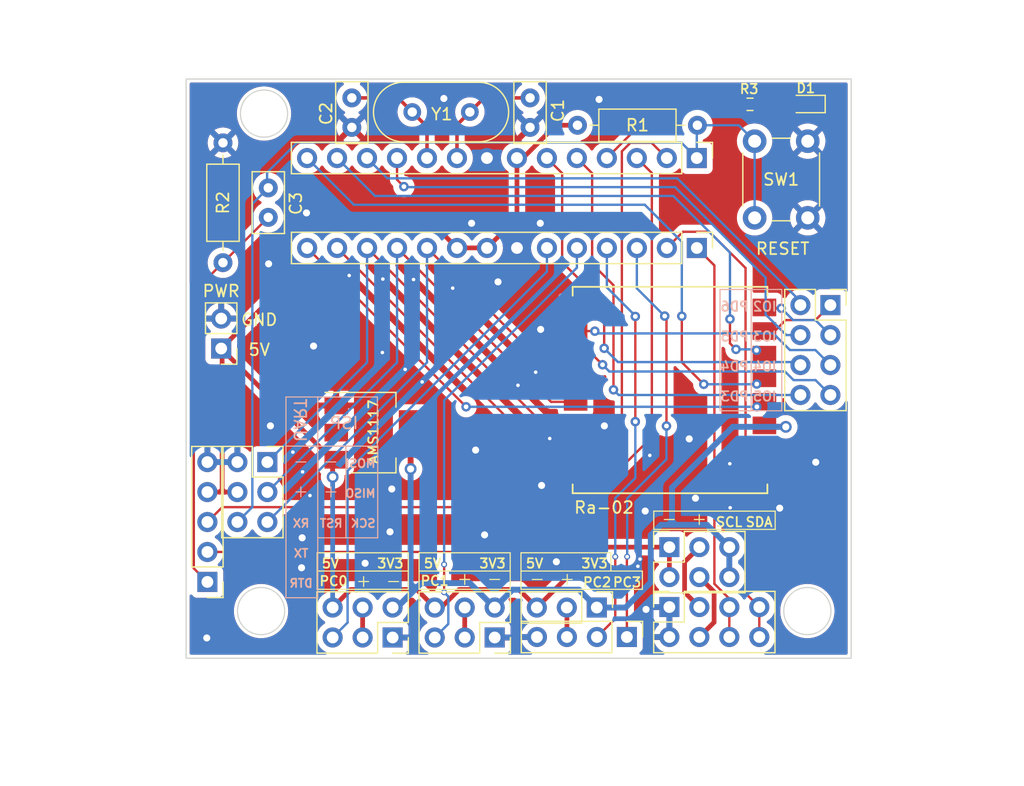
<source format=kicad_pcb>
(kicad_pcb (version 20221018) (generator pcbnew)
  (layers (0 "F.Cu" signal) (31 "B.Cu" signal) (34 "B.Paste" user) (35 "F.Paste" user) (36 "B.SilkS" user "B.Silkscreen") (37 "F.SilkS" user "F.Silkscreen") (38 "B.Mask" user) (39 "F.Mask" user) (44 "Edge.Cuts" user))
  (net 0 "")
  (net 1 "/XTAL1")
  (net 2 "GND")
  (net 3 "/XTAL2")
  (net 4 "/DTR")
  (net 5 "/RESET")
  (net 6 "/PC3")
  (net 7 "/PC2")
  (net 8 "Net-(J1-Pin_3)")
  (net 9 "Net-(D1-A)")
  (net 10 "/SCL")
  (net 11 "+5V")
  (net 12 "/DIO2")
  (net 13 "/DIO3")
  (net 14 "/DIO4")
  (net 15 "/DIO5")
  (net 16 "/PD3")
  (net 17 "/PD4")
  (net 18 "/PD5")
  (net 19 "/PD6")
  (net 20 "+3.3V")
  (net 21 "Net-(J8-Pin_3)")
  (net 22 "/PC0")
  (net 23 "Net-(J9-Pin_3)")
  (net 24 "/PC1")
  (net 25 "/SDA")
  (net 26 "/TX")
  (net 27 "/MOSI")
  (net 28 "/MISO")
  (net 29 "/RX")
  (net 30 "/PD2")
  (net 31 "/SCK")
  (net 32 "/PD7")
  (net 33 "/PB1")
  (net 34 "/CS")
  (net 35 "Net-(J11-Pin_3)")
  (net 36 "Net-(J11-Pin_4)")
  (net 37 "/PB0")
  (footprint "Connector_PinSocket_2.54mm:PinSocket_2x04_P2.54mm_Vertical" (layer "F.Cu") (at 138.2775 105.16 90)
    (fp_text reference "J11" hide)
    (fp_text value "Conn_02x04_Counter_Clockwise")
  )
  (footprint "Connector_PinHeader_2.54mm:PinHeader_1x14_P2.54mm_Vertical" (layer "F.Cu") (at 140.605 74.715 -90)
    (fp_text reference "REF**" hide)
    (fp_text value "PinHeader_1x14_P2.54mm_Vertical")
  )
  (footprint "Connector_PinSocket_2.54mm:PinSocket_2x03_P2.54mm_Vertical" (layer "F.Cu") (at 104.2125 92.87)
    (fp_text reference "J18" hide)
    (fp_text value "ISP/SPI")
  )
  (footprint "Connector_PinHeader_2.54mm:PinHeader_1x14_P2.54mm_Vertical" (layer "F.Cu") (at 140.6 67.09 -90)
    (fp_text reference "REF**" hide)
    (fp_text value "PinHeader_1x14_P2.54mm_Vertical")
  )
  (footprint "Package_TO_SOT_SMD:SOT-223-3_TabPin2" (layer "F.Cu") (at 113.2025 90.37)
    (fp_text reference "U2" hide)
    (fp_text value "AMS1117-3.3")
  )
  (footprint "Connector_PinSocket_2.54mm:PinSocket_2x03_P2.54mm_Vertical" (layer "F.Cu") (at 138.2775 100.08 90)
    (fp_text reference "J2" hide)
    (fp_text value "JMP")
  )
  (footprint "Resistor_THT:R_Axial_DIN0207_L6.3mm_D2.5mm_P10.16mm_Horizontal" (layer "F.Cu") (at 100.4525 65.8 -90)
    (fp_text reference "R2" hide)
    (fp_text value "1K")
  )
  (footprint "Connector_PinHeader_2.54mm:PinHeader_1x03_P2.54mm_Vertical" (layer "F.Cu") (at 132.1275 105.2 -90)
    (fp_text reference "J17" hide)
    (fp_text value "JMP")
  )
  (footprint "Crystal:Crystal_HC49-4H_Vertical" (layer "F.Cu") (at 121.3725 63.19 180)
    (fp_text reference "Y1" hide)
    (fp_text value "Crystal")
  )
  (footprint "LED_SMD:LED_0603_1608Metric_Pad1.05x0.95mm_HandSolder" (layer "F.Cu") (at 149.8206 62.5094 180)
    (fp_text reference "D1")
    (fp_text value "LED_Small")
  )
  (footprint "Capacitor_THT:C_Disc_D5.0mm_W2.5mm_P2.50mm" (layer "F.Cu") (at 111.3725 64.49 90)
    (fp_text reference "C2" hide)
    (fp_text value "22pF")
  )
  (footprint "Connector_PinSocket_2.54mm:PinSocket_2x03_P2.54mm_Vertical" (layer "F.Cu") (at 123.4775 107.74 -90)
    (fp_text reference "J9" hide)
    (fp_text value "CONN")
  )
  (footprint "Connector_PinHeader_2.54mm:PinHeader_1x02_P2.54mm_Vertical" (layer "F.Cu") (at 100.3025 83.24 180)
    (fp_text reference "J10" hide)
    (fp_text value "PWR")
  )
  (footprint "Button_Switch_THT:SW_PUSH_6mm" (layer "F.Cu") (at 145.5025 72.16 90)
    (fp_text reference "SW1" hide)
    (fp_text value "~")
  )
  (footprint "Connector_PinSocket_2.54mm:PinSocket_2x04_P2.54mm_Vertical" (layer "F.Cu") (at 151.9225 79.56)
    (fp_text reference "J4" hide)
    (fp_text value "Conn_02x04_Counter_Clockwise")
  )
  (footprint "RF_Module:Ai-Thinker-Ra-01-LoRa" (layer "F.Cu") (at 138.3325 86.76 180)
    (fp_text reference "U3" hide)
    (fp_text value "Ra-02")
  )
  (footprint "Resistor_THT:R_Axial_DIN0207_L6.3mm_D2.5mm_P10.16mm_Horizontal" (layer "F.Cu") (at 140.6525 64.31 180)
    (fp_text reference "R1" hide)
    (fp_text value "10K")
  )
  (footprint "Resistor_SMD:R_0603_1608Metric_Pad0.98x0.95mm_HandSolder" (layer "F.Cu") (at 145.1102 62.5348 180)
    (fp_text reference "R3")
    (fp_text value "330")
  )
  (footprint "Connector_PinHeader_2.54mm:PinHeader_1x04_P2.54mm_Vertical" (layer "F.Cu") (at 134.6775 107.7 -90)
    (fp_text reference "J1" hide)
    (fp_text value "CONN")
  )
  (footprint "Connector_PinHeader_2.54mm:PinHeader_1x05_P2.54mm_Vertical" (layer "F.Cu") (at 99.1325 103.03 180)
    (fp_text reference "J12" hide)
    (fp_text value "UART")
  )
  (footprint "Capacitor_THT:C_Disc_D5.0mm_W2.5mm_P2.50mm" (layer "F.Cu") (at 126.4725 61.99 -90)
    (fp_text reference "C1" hide)
    (fp_text value "22pF")
  )
  (footprint "Capacitor_THT:C_Disc_D5.0mm_W2.5mm_P2.50mm" (layer "F.Cu") (at 104.2925 72.12 90)
    (fp_text reference "C3" hide)
    (fp_text value "0.1pF")
  )
  (footprint "Connector_PinSocket_2.54mm:PinSocket_2x03_P2.54mm_Vertical" (layer "F.Cu") (at 114.8275 107.74 -90)
    (fp_text reference "J8" hide)
    (fp_text value "CONN")
  )
  (gr_line (start 110.871 99.2886) (end 110.871 91.5162) (stroke (width 0.1)) (layer "B.SilkS"))
  (gr_line (start 106.6356 95.3983) (end 107.4738 95.3983) (stroke (width 0.1)) (layer "B.SilkS"))
  (gr_line (start 142.5702 78.232) (end 147.7772 78.232) (stroke (width 0.1)) (layer "B.SilkS"))
  (gr_line (start 145.2118 78.232) (end 145.2118 88.519) (stroke (width 0.1)) (layer "B.SilkS"))
  (gr_line (start 109.6003 94.9792) (end 109.6003 95.8174) (stroke (width 0.1)) (layer "B.SilkS"))
  (gr_line (start 147.8026 88.519) (end 142.5702 88.519) (stroke (width 0.1)) (layer "B.SilkS"))
  (gr_line (start 105.791 91.5162) (end 105.791 87.3506) (stroke (width 0.1)) (layer "B.SilkS"))
  (gr_line (start 113.5634 91.5162) (end 113.5634 99.2886) (stroke (width 0.1)) (layer "B.SilkS"))
  (gr_line (start 142.5702 88.519) (end 142.5702 78.232) (stroke (width 0.1)) (layer "B.SilkS"))
  (gr_line (start 106.6356 92.8583) (end 107.4738 92.8583) (stroke (width 0.1)) (layer "B.SilkS"))
  (gr_line (start 113.538 87.3506) (end 113.538 91.5162) (stroke (width 0.1)) (layer "B.SilkS"))
  (gr_line (start 109.1812 92.8583) (end 110.0194 92.8583) (stroke (width 0.1)) (layer "B.SilkS"))
  (gr_line (start 105.791 91.5162) (end 105.791 104.3686) (stroke (width 0.1)) (layer "B.SilkS"))
  (gr_line (start 105.791 87.3506) (end 113.538 87.3506) (stroke (width 0.1)) (layer "B.SilkS"))
  (gr_line (start 108.4834 91.5162) (end 108.4834 87.3506) (stroke (width 0.1)) (layer "B.SilkS"))
  (gr_line (start 108.4834 99.2886) (end 108.4834 91.5162) (stroke (width 0.1)) (layer "B.SilkS"))
  (gr_line (start 105.791 91.5162) (end 113.5634 91.5162) (stroke (width 0.1)) (layer "B.SilkS"))
  (gr_line (start 147.8026 78.232) (end 147.8026 88.519) (stroke (width 0.1)) (layer "B.SilkS"))
  (gr_line (start 113.5634 99.2886) (end 108.4834 99.2886) (stroke (width 0.1)) (layer "B.SilkS"))
  (gr_line (start 108.4834 104.3686) (end 105.791 104.3686) (stroke (width 0.1)) (layer "B.SilkS"))
  (gr_line (start 107.0547 94.9792) (end 107.0547 95.8174) (stroke (width 0.1)) (layer "B.SilkS"))
  (gr_line (start 108.4834 99.2886) (end 108.4834 104.3686) (stroke (width 0.1)) (layer "B.SilkS"))
  (gr_line (start 109.1812 95.3983) (end 110.0194 95.3983) (stroke (width 0.1)) (layer "B.SilkS"))
  (gr_line (start 125.7046 100.5586) (end 125.7046 103.6574) (stroke (width 0.1)) (layer "F.SilkS"))
  (gr_line (start 133.3246 100.5586) (end 125.7046 100.5586) (stroke (width 0.1)) (layer "F.SilkS"))
  (gr_line (start 114.4905 102.997) (end 115.3287 102.997) (stroke (width 0.1)) (layer "F.SilkS"))
  (gr_line (start 123.0584 102.8192) (end 123.8966 102.8192) (stroke (width 0.1)) (layer "F.SilkS"))
  (gr_line (start 136.9568 97.028) (end 147.2438 97.028) (stroke (width 0.1)) (layer "F.SilkS"))
  (gr_line (start 140.810662 97.3201) (end 140.810662 98.1583) (stroke (width 0.1)) (layer "F.SilkS"))
  (gr_line (start 124.7902 103.6574) (end 124.7902 100.5586) (stroke (width 0.1)) (layer "F.SilkS"))
  (gr_line (start 117.0686 103.6574) (end 124.7902 103.6574) (stroke (width 0.1)) (layer "F.SilkS"))
  (gr_line (start 130.041052 102.8192) (end 129.202852 102.8192) (stroke (width 0.1)) (layer "F.SilkS"))
  (gr_line (start 124.7902 100.5586) (end 117.0686 100.5586) (stroke (width 0.1)) (layer "F.SilkS"))
  (gr_line (start 141.229762 97.7392) (end 140.391562 97.7392) (stroke (width 0.1)) (layer "F.SilkS"))
  (gr_line (start 147.2438 98.5774) (end 147.2438 97.028) (stroke (width 0.1)) (layer "F.SilkS"))
  (gr_line (start 127.501052 102.8192) (end 126.662852 102.8192) (stroke (width 0.1)) (layer "F.SilkS"))
  (gr_line (start 117.0686 102.108) (end 124.7902 102.108) (stroke (width 0.1)) (layer "F.SilkS"))
  (gr_line (start 136.9568 97.028) (end 136.9568 98.5774) (stroke (width 0.1)) (layer "F.SilkS"))
  (gr_line (start 129.621952 102.4001) (end 129.621952 103.2383) (stroke (width 0.1)) (layer "F.SilkS"))
  (gr_line (start 136.9568 98.5774) (end 147.2438 98.5774) (stroke (width 0.1)) (layer "F.SilkS"))
  (gr_line (start 120.5184 102.8192) (end 121.3566 102.8192) (stroke (width 0.1)) (layer "F.SilkS"))
  (gr_line (start 112.3696 103.4161) (end 112.3696 102.5779) (stroke (width 0.1)) (layer "F.SilkS"))
  (gr_line (start 133.3246 100.5586) (end 133.3246 102.108) (stroke (width 0.1)) (layer "F.SilkS"))
  (gr_line (start 120.9375 103.2383) (end 120.9375 102.4001) (stroke (width 0.1)) (layer "F.SilkS"))
  (gr_line (start 108.4326 102.108) (end 116.1542 102.108) (stroke (width 0.1)) (layer "F.SilkS"))
  (gr_line (start 125.7046 102.108) (end 135.9916 102.108) (stroke (width 0.1)) (layer "F.SilkS"))
  (gr_line (start 116.1542 103.6574) (end 116.1542 100.5586) (stroke (width 0.1)) (layer "F.SilkS"))
  (gr_line (start 138.689762 97.7392) (end 137.851562 97.7392) (stroke (width 0.1)) (layer "F.SilkS"))
  (gr_line (start 117.0686 100.5586) (end 117.0686 103.6574) (stroke (width 0.1)) (layer "F.SilkS"))
  (gr_line (start 111.9505 102.997) (end 112.7887 102.997) (stroke (width 0.1)) (layer "F.SilkS"))
  (gr_line (start 116.1542 100.5586) (end 108.4326 100.5586) (stroke (width 0.1)) (layer "F.SilkS"))
  (gr_line (start 125.7046 103.6574) (end 135.9916 103.6574) (stroke (width 0.1)) (layer "F.SilkS"))
  (gr_line (start 108.4326 103.6574) (end 116.1542 103.6574) (stroke (width 0.1)) (layer "F.SilkS"))
  (gr_line (start 135.9916 103.6574) (end 135.9916 102.108) (stroke (width 0.1)) (layer "F.SilkS"))
  (gr_line (start 108.4326 100.5586) (end 108.4326 103.6574) (stroke (width 0.1)) (layer "F.SilkS"))
  (gr_circle (center 149.97 105.5) (end 151.97 105.5) (stroke (width 0.1)) (fill none) (layer "Edge.Cuts"))
  (gr_circle (center 103.68 105.5) (end 105.68 105.5) (stroke (width 0.1)) (fill none) (layer "Edge.Cuts"))
  (gr_line (start 153.6825 60.39) (end 153.6825 109.5) (stroke (width 0.1)) (layer "Edge.Cuts"))
  (gr_line (start 97.3325 60.39) (end 153.6825 60.39) (stroke (width 0.1)) (layer "Edge.Cuts"))
  (gr_circle (center 103.93 63.32) (end 105.93 63.32) (stroke (width 0.1)) (fill none) (layer "Edge.Cuts"))
  (gr_line (start 97.3325 109.5) (end 153.6825 109.5) (stroke (width 0.1)) (layer "Edge.Cuts"))
  (gr_line (start 97.3325 60.39) (end 97.3325 109.5) (stroke (width 0.1)) (layer "Edge.Cuts"))
  (gr_text "IO5" (at 147.447 87.7675) (layer "B.SilkS") (effects (font (size 0.8 0.8) (thickness 0.15) bold) (justify left bottom mirror)))
  (gr_text "IO3" (at 147.447 82.6875) (layer "B.SilkS") (effects (font (size 0.8 0.8) (thickness 0.15) bold) (justify left bottom mirror)))
  (gr_text "PD4" (at 145.0848 85.2275) (layer "B.SilkS") (effects (font (size 0.8 0.8) (thickness 0.15) bold) (justify left bottom mirror)))
  (gr_text "DTR" (at 108.138867 103.5558) (layer "B.SilkS") (effects (font (size 0.7 0.7)) (justify left bottom mirror)))
  (gr_text "PD6\n" (at 145.0848 80.1475) (layer "B.SilkS") (effects (font (size 0.8 0.8) (thickness 0.15) bold) (justify left bottom mirror)))
  (gr_text "MISO\n" (at 113.4618 95.9358) (layer "B.SilkS") (effects (font (size 0.7 0.7)) (justify left bottom mirror)))
  (gr_text "RST" (at 110.6678 98.4758) (layer "B.SilkS") (effects (font (size 0.7 0.7)) (justify left bottom mirror)))
  (gr_text "IO4" (at 147.447 85.2275) (layer "B.SilkS") (effects (font (size 0.8 0.8) (thickness 0.15) bold) (justify left bottom mirror)))
  (gr_text "SCK" (at 113.4618 98.4758) (layer "B.SilkS") (effects (font (size 0.7 0.7)) (justify left bottom mirror)))
  (gr_text "PD5" (at 145.0848 82.6875) (layer "B.SilkS") (effects (font (size 0.8 0.8) (thickness 0.15) bold) (justify left bottom mirror)))
  (gr_text "IO2" (at 147.447 80.1475) (layer "B.SilkS") (effects (font (size 0.8 0.8) (thickness 0.15) bold) (justify left bottom mirror)))
  (gr_text "RX" (at 107.855534 98.4758) (layer "B.SilkS") (effects (font (size 0.7 0.7)) (justify left bottom mirror)))
  (gr_text "MOSI\n" (at 113.4618 93.3958) (layer "B.SilkS") (effects (font (size 0.7 0.7)) (justify left bottom mirror)))
  (gr_text "TX" (at 107.7722 101.0158) (layer "B.SilkS") (effects (font (size 0.7 0.7)) (justify left bottom mirror)))
  (gr_text "UART" (at 106.3752 91.2622 270) (layer "B.SilkS") (effects (font (size 1 1)) (justify left bottom mirror)))
  (gr_text "ISP\n" (at 112.014 90.1446) (layer "B.SilkS") (effects (font (size 1 1)) (justify left bottom mirror)))
  (gr_text "PD3" (at 145.0848 87.7675) (layer "B.SilkS") (effects (font (size 0.8 0.8) (thickness 0.15) bold) (justify left bottom mirror)))
  (gr_text "5V\n" (at 117.390715 101.9302) (layer "F.SilkS") (effects (font (size 0.8 0.8)) (justify left bottom)))
  (gr_text "PC1" (at 117.109048 103.4067) (layer "F.SilkS") (effects (font (size 0.8 0.8)) (justify left bottom)))
  (gr_text "5V\n" (at 108.7374 101.9302) (layer "F.SilkS") (effects (font (size 0.8 0.8)) (justify left bottom)))
  (gr_text "SCL\n" (at 142.1384 98.425) (layer "F.SilkS") (effects (font (size 0.8 0.8)) (justify left bottom)))
  (gr_text "PC0" (at 108.541148 103.4288) (layer "F.SilkS") (effects (font (size 0.8 0.8)) (justify left bottom)))
  (gr_text "3V3" (at 122.089762 101.9302) (layer "F.SilkS") (effects (font (size 0.8 0.8)) (justify left bottom)))
  (gr_text "GND" (at 101.9048 81.3875) (layer "F.SilkS") (effects (font (size 1 1)) (justify left bottom)))
  (gr_text "3V3" (at 113.436447 101.9302) (layer "F.SilkS") (effects (font (size 0.8 0.8)) (justify left bottom)))
  (gr_text "PC3\n" (at 133.4135 103.5304) (layer "F.SilkS") (effects (font (size 0.8 0.8)) (justify left bottom)))
  (gr_text "5V\n" (at 126.034753 101.9302) (layer "F.SilkS") (effects (font (size 0.8 0.8)) (justify left bottom)))
  (gr_text "AMS1117\n" (at 113.665 93.091 90) (layer "F.SilkS") (effects (font (size 0.8 0.8)) (justify left bottom)))
  (gr_text "5V" (at 102.523847 83.9275) (layer "F.SilkS") (effects (font (size 1 1)) (justify left bottom)))
  (gr_text "3V3" (at 130.7338 101.9302) (layer "F.SilkS") (effects (font (size 0.8 0.8)) (justify left bottom)))
  (gr_text "SDA" (at 144.659353 98.425) (layer "F.SilkS") (effects (font (size 0.8 0.8)) (justify left bottom)))
  (gr_text "RESET" (at 145.5166 75.3618) (layer "F.SilkS") (effects (font (size 1 1)) (justify left bottom)))
  (gr_text "PC2" (at 130.8735 103.5304) (layer "F.SilkS") (effects (font (size 0.8 0.8)) (justify left bottom)))
  (segment (start 120.2825 67.09) (end 120.2825 64.28) (width 0.3) (layer "F.Cu") (net 1))
  (segment (start 126.4725 61.99) (end 122.5725 61.99) (width 0.3) (layer "F.Cu") (net 1))
  (segment (start 122.5725 61.99) (end 121.3725 63.19) (width 0.3) (layer "F.Cu") (net 1))
  (segment (start 120.2825 64.28) (end 121.3725 63.19) (width 0.3) (layer "F.Cu") (net 1))
  (via (at 107.53 71.74) (size 1) (drill 0.6) (layers "F.Cu" "B.Cu") (net 2))
  (via (at 104.32 76.06) (size 1) (drill 0.6) (layers "F.Cu" "B.Cu") (net 2))
  (via (at 114.7572 95.1484) (size 1) (drill 0.6) (layers "F.Cu" "B.Cu") (net 2))
  (via (at 108.13 83.03) (size 1) (drill 0.6) (layers "F.Cu" "B.Cu") (net 2))
  (via (at 150.68 92.88) (size 1) (drill 0.6) (layers "F.Cu" "B.Cu") (net 2))
  (via (at 127.34 72.62) (size 1) (drill 0.6) (layers "F.Cu" "B.Cu") (net 2))
  (via (at 107.1118 101.8286) (size 1) (drill 0.6) (layers "F.Cu" "B.Cu") (net 2))
  (via (at 106.3752 92.0242) (size 0.5) (drill 0.3) (layers "F.Cu" "B.Cu") (net 2))
  (via (at 107.1626 99.2886) (size 1) (drill 0.6) (layers "F.Cu" "B.Cu") (net 2))
  (via (at 128.14 90.87) (size 0.5) (drill 0.3) (layers "F.Cu" "B.Cu") (net 2))
  (via (at 128.7018 101.3206) (size 1) (drill 0.6) (layers "F.Cu" "B.Cu") (net 2))
  (via (at 136.62 92.3) (size 0.5) (drill 0.3) (layers "F.Cu" "B.Cu") (net 2))
  (via (at 126.95 85.25) (size 0.5) (drill 0.3) (layers "F.Cu" "B.Cu") (net 2))
  (via (at 135.6106 101.7016) (size 0.5) (drill 0.3) (layers "F.Cu" "B.Cu") (net 2))
  (via (at 132.77 89.8) (size 1) (drill 0.6) (layers "F.Cu" "B.Cu") (net 2))
  (via (at 127.45 94.85) (size 1) (drill 0.6) (layers "F.Cu" "B.Cu") (net 2))
  (via (at 112.4966 101.4476) (size 1) (drill 0.6) (layers "F.Cu" "B.Cu") (net 2))
  (via (at 140.49 95.93) (size 1) (drill 0.6) (layers "F.Cu" "B.Cu") (net 2))
  (via (at 121.86 91.85) (size 1) (drill 0.6) (layers "F.Cu" "B.Cu") (net 2))
  (via (at 135.7884 101.092) (size 0.5) (drill 0.3) (layers "F.Cu" "B.Cu") (net 2))
  (via (at 122.62 99.04) (size 1) (drill 0.6) (layers "F.Cu" "B.Cu") (net 2))
  (via (at 111.15 77.05) (size 0.5) (drill 0.3) (layers "F.Cu" "B.Cu") (net 2))
  (via (at 117.33 86.07) (size 0.5) (drill 0.3) (layers "F.Cu" "B.Cu") (net 2))
  (via (at 107.2 93.7) (size 0.5) (drill 0.3) (layers "F.Cu" "B.Cu") (net 2))
  (via (at 119.17 62.04) (size 1) (drill 0.6) (layers "F.Cu" "B.Cu") (net 2))
  (via (at 107.823 95.7072) (size 0.5) (drill 0.3) (layers "F.Cu" "B.Cu") (net 2))
  (via (at 143.4 93.01) (size 0.5) (drill 0.3) (layers "F.Cu" "B.Cu") (net 2))
  (via (at 136.3 105.36) (size 1) (drill 0.6) (layers "F.Cu" "B.Cu") (net 2))
  (via (at 127.37 81.62) (size 1) (drill 0.6) (layers "F.Cu" "B.Cu") (net 2))
  (via (at 123.76 77.59) (size 1) (drill 0.6) (layers "F.Cu" "B.Cu") (net 2))
  (via (at 114.6048 98.7806) (size 1) (drill 0.6) (layers "F.Cu" "B.Cu") (net 2))
  (via (at 119.92 78.12) (size 0.5) (drill 0.3) (layers "F.Cu" "B.Cu") (net 2))
  (via (at 121.52 72.62) (size 1) (drill 0.6) (layers "F.Cu" "B.Cu") (net 2))
  (via (at 132.32 62.12) (size 1) (drill 0.6) (layers "F.Cu" "B.Cu") (net 2))
  (via (at 139.96 90.9) (size 1) (drill 0.6) (layers "F.Cu" "B.Cu") (net 2))
  (via (at 125.45 86.36) (size 0.5) (drill 0.3) (layers "F.Cu" "B.Cu") (net 2))
  (via (at 147.6248 96.774) (size 1) (drill 0.6) (layers "F.Cu" "B.Cu") (net 2))
  (via (at 116.6 77.39) (size 0.5) (drill 0.3) (layers "F.Cu" "B.Cu") (net 2))
  (via (at 114 77.35) (size 0.5) (drill 0.3) (layers "F.Cu" "B.Cu") (net 2))
  (via (at 115.89 85.01) (size 0.5) (drill 0.3) (layers "F.Cu" "B.Cu") (net 2))
  (via (at 136.23 97.02) (size 1) (drill 0.6) (layers "F.Cu" "B.Cu") (net 2))
  (via (at 99.08 107.78) (size 1) (drill 0.6) (layers "F.Cu" "B.Cu") (net 2))
  (via (at 104.47261 89.79691) (size 1) (drill 0.6) (layers "F.Cu" "B.Cu") (net 2))
  (via (at 143.43 96.74) (size 0.5) (drill 0.3) (layers "F.Cu" "B.Cu") (net 2))
  (via (at 113.96 83.58) (size 0.5) (drill 0.3) (layers "F.Cu" "B.Cu") (net 2))
  (segment (start 115.2925 61.99) (end 116.4925 63.19) (width 0.3) (layer "F.Cu") (net 3))
  (segment (start 117.7425 67.09) (end 117.7425 64.44) (width 0.3) (layer "F.Cu") (net 3))
  (segment (start 117.7425 64.44) (end 116.4925 63.19) (width 0.3) (layer "F.Cu") (net 3))
  (segment (start 111.3725 61.99) (end 115.2925 61.99) (width 0.3) (layer "F.Cu") (net 3))
  (segment (start 97.9825 78.43) (end 104.1925 72.22) (width 0.2) (layer "F.Cu") (net 4))
  (segment (start 99.1325 103.03) (end 97.9825 101.88) (width 0.2) (layer "F.Cu") (net 4))
  (segment (start 104.1925 72.22) (end 104.1925 71.95) (width 0.2) (layer "F.Cu") (net 4))
  (segment (start 97.9825 101.88) (end 97.9825 78.43) (width 0.2) (layer "F.Cu") (net 4))
  (segment (start 140.6525 64.31) (end 144.1525 64.31) (width 0.2) (layer "B.Cu") (net 5))
  (segment (start 144.1525 64.31) (end 145.5025 65.66) (width 0.2) (layer "B.Cu") (net 5))
  (segment (start 102.9425 70.97) (end 104.1925 69.72) (width 0.2) (layer "B.Cu") (net 5))
  (segment (start 140.6025 67.09) (end 140.6025 64.36) (width 0.2) (layer "B.Cu") (net 5))
  (segment (start 104.1925 69.72) (end 104.1925 68.31863) (width 0.2) (layer "B.Cu") (net 5))
  (segment (start 140.6025 64.36) (end 140.6525 64.31) (width 0.2) (layer "B.Cu") (net 5))
  (segment (start 145.5025 65.66) (end 145.5025 72.16) (width 0.2) (layer "B.Cu") (net 5))
  (segment (start 106.74113 65.77) (end 139.2825 65.77) (width 0.2) (layer "B.Cu") (net 5))
  (segment (start 101.6725 97.95) (end 102.9425 96.68) (width 0.2) (layer "B.Cu") (net 5))
  (segment (start 104.1925 68.31863) (end 106.74113 65.77) (width 0.2) (layer "B.Cu") (net 5))
  (segment (start 102.9425 96.68) (end 102.9425 70.97) (width 0.2) (layer "B.Cu") (net 5))
  (segment (start 139.2825 65.77) (end 140.6025 67.09) (width 0.2) (layer "B.Cu") (net 5))
  (segment (start 138.0325 80.64) (end 137.8825 80.49) (width 0.2) (layer "F.Cu") (net 6))
  (segment (start 138.0325 89.81) (end 138.0325 80.64) (width 0.2) (layer "F.Cu") (net 6))
  (segment (start 134.6775 100.9133) (end 134.6775 107.7) (width 0.2) (layer "F.Cu") (net 6))
  (segment (start 134.702 100.8888) (end 134.6775 100.9133) (width 0.2) (layer "F.Cu") (net 6))
  (via (at 138.0325 89.81) (size 0.8) (drill 0.4) (layers "F.Cu" "B.Cu") (net 6))
  (via (at 134.702 100.8888) (size 0.5) (drill 0.3) (layers "F.Cu" "B.Cu") (net 6))
  (via (at 137.8825 80.49) (size 0.8) (drill 0.4) (layers "F.Cu" "B.Cu") (net 6))
  (segment (start 134.702 100.8888) (end 134.702 95.9605) (width 0.2) (layer "B.Cu") (net 6))
  (segment (start 135.5225 78.14) (end 137.8725 80.49) (width 0.2) (layer "B.Cu") (net 6))
  (segment (start 138.0325 89.78) (end 138.0125 89.8) (width 0.2) (layer "B.Cu") (net 6))
  (segment (start 137.8825 80.5) (end 137.8725 80.49) (width 0.2) (layer "B.Cu") (net 6))
  (segment (start 137.8725 80.49) (end 137.8825 80.49) (width 0.2) (layer "B.Cu") (net 6))
  (segment (start 138.0325 89.81) (end 138.0325 89.78) (width 0.2) (layer "B.Cu") (net 6))
  (segment (start 138.0325 92.63) (end 138.0325 89.81) (width 0.2) (layer "B.Cu") (net 6))
  (segment (start 137.8825 80.49) (end 137.8825 80.5) (width 0.2) (layer "B.Cu") (net 6))
  (segment (start 135.5225 74.71) (end 135.5225 78.14) (width 0.2) (layer "B.Cu") (net 6))
  (segment (start 134.702 95.9605) (end 138.0325 92.63) (width 0.2) (layer "B.Cu") (net 6))
  (segment (start 133.6925 106.145) (end 132.1375 107.7) (width 0.2) (layer "F.Cu") (net 7))
  (segment (start 133.6925 100.8888) (end 133.6925 106.145) (width 0.2) (layer "F.Cu") (net 7))
  (segment (start 135.3925 89.44) (end 135.3925 80.52) (width 0.2) (layer "F.Cu") (net 7))
  (via (at 133.6925 100.8888) (size 0.5) (drill 0.3) (layers "F.Cu" "B.Cu") (net 7))
  (via (at 135.3925 80.52) (size 0.8) (drill 0.4) (layers "F.Cu" "B.Cu") (net 7))
  (via (at 135.3925 89.44) (size 0.8) (drill 0.4) (layers "F.Cu" "B.Cu") (net 7))
  (segment (start 135.3925 80.52) (end 135.4425 80.52) (width 0.2) (layer "B.Cu") (net 7))
  (segment (start 135.3825 89.43) (end 135.3825 89.41) (width 0.2) (layer "B.Cu") (net 7))
  (segment (start 135.3925 80.47) (end 135.3925 80.52) (width 0.2) (layer "B.Cu") (net 7))
  (segment (start 135.3925 89.44) (end 135.3825 89.43) (width 0.2) (layer "B.Cu") (net 7))
  (segment (start 132.9825 74.71) (end 132.9825 78.06) (width 0.2) (layer "B.Cu") (net 7))
  (segment (start 135.4425 80.52) (end 135.4025 80.48) (width 0.2) (layer "B.Cu") (net 7))
  (segment (start 133.6925 95.92) (end 135.3925 94.22) (width 0.2) (layer "B.Cu") (net 7))
  (segment (start 133.6925 100.8888) (end 133.6925 95.92) (width 0.2) (layer "B.Cu") (net 7))
  (segment (start 132.9825 78.06) (end 135.3925 80.47) (width 0.2) (layer "B.Cu") (net 7))
  (segment (start 135.3925 94.22) (end 135.3925 89.44) (width 0.2) (layer "B.Cu") (net 7))
  (segment (start 129.5975 107.7) (end 129.5975 105.21) (width 0.4) (layer "F.Cu") (net 8))
  (segment (start 129.5975 105.21) (end 129.5875 105.2) (width 0.4) (layer "F.Cu") (net 8))
  (segment (start 148.9202 62.5348) (end 148.9456 62.5094) (width 0.2) (layer "F.Cu") (net 9))
  (segment (start 146.0227 62.5348) (end 148.9202 62.5348) (width 0.2) (layer "F.Cu") (net 9))
  (segment (start 142.0925 103.187894) (end 143.3575 104.452894) (width 0.2) (layer "F.Cu") (net 10))
  (segment (start 143.3575 107.7) (end 143.3575 105.16) (width 0.2) (layer "F.Cu") (net 10))
  (segment (start 142.0925 76.2) (end 142.0925 103.187894) (width 0.2) (layer "F.Cu") (net 10))
  (segment (start 140.6025 74.71) (end 142.0925 76.2) (width 0.2) (layer "F.Cu") (net 10))
  (segment (start 143.3575 104.452894) (end 143.3575 105.16) (width 0.2) (layer "F.Cu") (net 10))
  (segment (start 100.1625 95.41) (end 99.1325 95.41) (width 0.4) (layer "F.Cu") (net 11))
  (segment (start 138.2775 100.08) (end 138.2775 102.62) (width 0.4) (layer "F.Cu") (net 11))
  (segment (start 118.3975 105.2) (end 118.9425 105.2) (width 0.4) (layer "F.Cu") (net 11))
  (segment (start 122.8225 74.71) (end 125.3625 72.17) (width 0.4) (layer "F.Cu") (net 11))
  (segment (start 125.87 67.09) (end 128.65 64.31) (width 0.4) (layer "F.Cu") (net 11))
  (segment (start 109.7475 94.1324) (end 109.7475 92.975) (width 0.4) (layer "F.Cu") (net 11))
  (segment (start 116.8675 103.67) (end 118.3975 105.2) (width 0.4) (layer "F.Cu") (net 11))
  (segment (start 118.7925 73.22) (end 120.2825 74.71) (width 0.4) (layer "F.Cu") (net 11))
  (segment (start 100.3025 83.24) (end 105.5925 77.95) (width 0.4) (layer "F.Cu") (net 11))
  (segment (start 125.5175 103.67) (end 127.0475 105.2) (width 0.4) (layer "F.Cu") (net 11))
  (segment (start 128.65 64.31) (end 130.4925 64.31) (width 0.4) (layer "F.Cu") (net 11))
  (segment (start 120.4725 103.67) (end 125.5175 103.67) (width 0.4) (layer "F.Cu") (net 11))
  (segment (start 100.3825 83.32) (end 100.3825 95.19) (width 0.4) (layer "F.Cu") (net 11))
  (segment (start 118.9425 105.2) (end 120.4725 103.67) (width 0.4) (layer "F.Cu") (net 11))
  (segment (start 120.2825 74.71) (end 122.8225 74.71) (width 0.4) (layer "F.Cu") (net 11))
  (segment (start 127.0475 105.2) (end 132.1675 100.08) (width 0.4) (layer "F.Cu") (net 11))
  (segment (start 132.1675 100.08) (end 138.2775 100.08) (width 0.4) (layer "F.Cu") (net 11))
  (segment (start 125.3625 72.17) (end 125.3625 67.09) (width 0.4) (layer "F.Cu") (net 11))
  (segment (start 105.5925 74.4675) (end 106.84 73.22) (width 0.4) (layer "F.Cu") (net 11))
  (segment (start 111.2775 103.67) (end 116.8675 103.67) (width 0.4) (layer "F.Cu") (net 11))
  (segment (start 109.7475 92.975) (end 110.0525 92.67) (width 0.4) (layer "F.Cu") (net 11))
  (segment (start 100.3825 95.19) (end 100.6025 95.41) (width 0.4) (layer "F.Cu") (net 11))
  (segment (start 100.6025 95.41) (end 100.6525 95.41) (width 0.4) (layer "F.Cu") (net 11))
  (segment (start 109.7475 92.685) (end 100.3025 83.24) (width 0.4) (layer "F.Cu") (net 11))
  (segment (start 109.7475 94.1324) (end 109.7475 92.685) (width 0.4) (layer "F.Cu") (net 11))
  (segment (start 106.84 73.22) (end 118.7925 73.22) (width 0.4) (layer "F.Cu") (net 11))
  (segment (start 100.6525 95.41) (end 100.1625 95.41) (width 0.4) (layer "F.Cu") (net 11))
  (segment (start 101.6725 95.41) (end 100.6525 95.41) (width 0.4) (layer "F.Cu") (net 11))
  (segment (start 109.7475 105.2) (end 111.2775 103.67) (width 0.4) (layer "F.Cu") (net 11))
  (segment (start 125.3625 67.09) (end 125.87 67.09) (width 0.4) (layer "F.Cu") (net 11))
  (segment (start 100.3825 95.19) (end 100.1625 95.41) (width 0.4) (layer "F.Cu") (net 11))
  (segment (start 100.3025 83.24) (end 100.3825 83.32) (width 0.4) (layer "F.Cu") (net 11))
  (segment (start 105.5925 77.95) (end 105.5925 74.4675) (width 0.4) (layer "F.Cu") (net 11))
  (via (at 109.7475 94.1324) (size 1) (drill 0.6) (layers "F.Cu" "B.Cu") (net 11))
  (segment (start 109.7475 94.1324) (end 109.7475 105.2) (width 0.4) (layer "B.Cu") (net 11))
  (segment (start 150.6525 80.83) (end 151.9225 79.56) (width 0.2) (layer "F.Cu") (net 12))
  (segment (start 148.1325 80.83) (end 150.6525 80.83) (width 0.2) (layer "F.Cu") (net 12))
  (segment (start 147.2025 81.76) (end 148.1325 80.83) (width 0.2) (layer "F.Cu") (net 12))
  (segment (start 146.3325 81.76) (end 147.2025 81.76) (width 0.2) (layer "F.Cu") (net 12))
  (segment (start 146.4025 79.83) (end 146.3325 79.76) (width 0.2) (layer "F.Cu") (net 13))
  (segment (start 147.7625 79.83) (end 146.4025 79.83) (width 0.2) (layer "F.Cu") (net 13))
  (via (at 147.7625 79.83) (size 0.8) (drill 0.4) (layers "F.Cu" "B.Cu") (net 13))
  (segment (start 148.7625 80.83) (end 150.6525 80.83) (width 0.2) (layer "B.Cu") (net 13))
  (segment (start 147.7625 79.83) (end 148.7625 80.83) (width 0.2) (layer "B.Cu") (net 13))
  (segment (start 150.6525 80.83) (end 151.9225 82.1) (width 0.2) (layer "B.Cu") (net 13))
  (segment (start 131.9625 81.77) (end 131.9525 81.76) (width 0.2) (layer "F.Cu") (net 14))
  (segment (start 131.9525 81.76) (end 130.3325 81.76) (width 0.2) (layer "F.Cu") (net 14))
  (via (at 131.9625 81.77) (size 0.8) (drill 0.4) (layers "F.Cu" "B.Cu") (net 14))
  (segment (start 131.9625 81.77) (end 132.1525 81.96) (width 0.2) (layer "B.Cu") (net 14))
  (segment (start 147.0825 81.96) (end 148.4925 83.37) (width 0.2) (layer "B.Cu") (net 14))
  (segment (start 132.1525 81.96) (end 147.0825 81.96) (width 0.2) (layer "B.Cu") (net 14))
  (segment (start 148.4925 83.37) (end 150.6525 83.37) (width 0.2) (layer "B.Cu") (net 14))
  (segment (start 150.6525 83.37) (end 151.9225 84.64) (width 0.2) (layer "B.Cu") (net 14))
  (segment (start 132.6175 84.615) (end 131.7625 83.76) (width 0.2) (layer "F.Cu") (net 15))
  (segment (start 131.7625 83.76) (end 130.3325 83.76) (width 0.2) (layer "F.Cu") (net 15))
  (via (at 132.6175 84.615) (size 0.8) (drill 0.4) (layers "F.Cu" "B.Cu") (net 15))
  (segment (start 133.1925 85.19) (end 148.0725 85.19) (width 0.2) (layer "B.Cu") (net 15))
  (segment (start 148.0725 85.19) (end 148.8025 85.92) (width 0.2) (layer "B.Cu") (net 15))
  (segment (start 150.6625 85.92) (end 151.9225 87.18) (width 0.2) (layer "B.Cu") (net 15))
  (segment (start 132.6175 84.615) (end 133.1925 85.19) (width 0.2) (layer "B.Cu") (net 15))
  (segment (start 148.8025 85.92) (end 150.6625 85.92) (width 0.2) (layer "B.Cu") (net 15))
  (segment (start 133.5425 86.74) (end 133.5425 77.87) (width 0.2) (layer "F.Cu") (net 16))
  (segment (start 131.7325 68.38) (end 130.4425 67.09) (width 0.2) (layer "F.Cu") (net 16))
  (segment (start 131.7325 76.06) (end 131.7325 68.38) (width 0.2) (layer "F.Cu") (net 16))
  (segment (start 133.5425 77.87) (end 131.7325 76.06) (width 0.2) (layer "F.Cu") (net 16))
  (via (at 133.5425 86.74) (size 0.8) (drill 0.4) (layers "F.Cu" "B.Cu") (net 16))
  (segment (start 133.5425 86.74) (end 133.9825 87.18) (width 0.2) (layer "B.Cu") (net 16))
  (segment (start 133.9825 87.18) (end 149.3825 87.18) (width 0.2) (layer "B.Cu") (net 16))
  (segment (start 129.1925 68.38) (end 127.9025 67.09) (width 0.2) (layer "F.Cu") (net 17))
  (segment (start 132.7525 79.48) (end 129.1925 75.92) (width 0.2) (layer "F.Cu") (net 17))
  (segment (start 132.7525 83.22) (end 132.7525 79.48) (width 0.2) (layer "F.Cu") (net 17))
  (segment (start 129.1925 75.92) (end 129.1925 68.38) (width 0.2) (layer "F.Cu") (net 17))
  (via (at 132.7525 83.22) (size 0.8) (drill 0.4) (layers "F.Cu" "B.Cu") (net 17))
  (segment (start 132.7525 83.22) (end 133.9225 84.39) (width 0.2) (layer "B.Cu") (net 17))
  (segment (start 149.1325 84.39) (end 149.3825 84.64) (width 0.2) (layer "B.Cu") (net 17))
  (segment (start 133.9225 84.39) (end 149.1325 84.39) (width 0.2) (layer "B.Cu") (net 17))
  (segment (start 115.2025 68.9295) (end 115.2025 67.09) (width 0.2) (layer "F.Cu") (net 18))
  (segment (start 115.783 69.51) (end 115.2025 68.9295) (width 0.2) (layer "F.Cu") (net 18))
  (via (at 115.783 69.51) (size 0.8) (drill 0.4) (layers "F.Cu" "B.Cu") (net 18))
  (segment (start 146.436865 80.356446) (end 148.180419 82.1) (width 0.2) (layer "B.Cu") (net 18))
  (segment (start 138.766666 69.556666) (end 146.436865 77.226865) (width 0.2) (layer "B.Cu") (net 18))
  (segment (start 146.436865 77.226865) (end 146.436865 80.356446) (width 0.2) (layer "B.Cu") (net 18))
  (segment (start 148.180419 82.1) (end 149.3825 82.1) (width 0.2) (layer "B.Cu") (net 18))
  (segment (start 115.783 69.556666) (end 138.766666 69.556666) (width 0.2) (layer "B.Cu") (net 18))
  (segment (start 112.66 67.09) (end 114.38 68.81) (width 0.2) (layer "B.Cu") (net 19))
  (segment (start 138.95 68.81) (end 149.3825 79.2425) (width 0.2) (layer "B.Cu") (net 19))
  (segment (start 114.38 68.81) (end 138.95 68.81) (width 0.2) (layer "B.Cu") (net 19))
  (segment (start 149.3825 79.2425) (end 149.3825 79.56) (width 0.2) (layer "B.Cu") (net 19))
  (segment (start 148.1425 89.88) (end 146.4525 89.88) (width 0.5) (layer "F.Cu") (net 20))
  (segment (start 146.4525 89.88) (end 146.3325 89.76) (width 0.5) (layer "F.Cu") (net 20))
  (segment (start 116.3525 93.45) (end 116.3525 90.37) (width 0.5) (layer "F.Cu") (net 20))
  (via (at 116.3525 93.45) (size 1) (drill 0.6) (layers "F.Cu" "B.Cu") (net 20))
  (via (at 148.1425 89.88) (size 1) (drill 0.6) (layers "F.Cu" "B.Cu") (net 20))
  (segment (start 114.8275 105.2) (end 115.1925 105.2) (width 0.5) (layer "B.Cu") (net 20))
  (segment (start 138.5025 97.85) (end 138.5025 97.8725) (width 0.5) (layer "B.Cu") (net 20))
  (segment (start 124.9875 103.69) (end 130.6175 103.69) (width 0.5) (layer "B.Cu") (net 20))
  (segment (start 138.14 98.19) (end 138.5025 98.19) (width 0.5) (layer "B.Cu") (net 20))
  (segment (start 116.3525 103.19) (end 116.3525 104.04) (width 0.5) (layer "B.Cu") (net 20))
  (segment (start 116.3525 93.45) (end 116.3525 103.19) (width 0.5) (layer "B.Cu") (net 20))
  (segment (start 130.6175 103.69) (end 132.1275 105.2) (width 0.5) (layer "B.Cu") (net 20))
  (segment (start 138.14 98.19) (end 138.1625 98.19) (width 0.5) (layer "B.Cu") (net 20))
  (segment (start 116.3525 104.04) (end 115.1925 105.2) (width 0.5) (layer "B.Cu") (net 20))
  (segment (start 138.1625 98.19) (end 138.5025 97.85) (width 0.5) (layer "B.Cu") (net 20))
  (segment (start 137.5675 98.19) (end 138.14 98.19) (width 0.5) (layer "B.Cu") (net 20))
  (segment (start 134.5625 105.2) (end 136.7028 103.0597) (width 0.5) (layer "B.Cu") (net 20))
  (segment (start 138.5025 98.19) (end 138.5025 97.85) (width 0.5) (layer "B.Cu") (net 20))
  (segment (start 141.4675 98.19) (end 143.3575 100.08) (width 0.5) (layer "B.Cu") (net 20))
  (segment (start 138.5025 98.19) (end 138.82 98.19) (width 0.5) (layer "B.Cu") (net 20))
  (segment (start 116.6175 103.455) (end 116.9375 103.455) (width 0.5) (layer "B.Cu") (net 20))
  (segment (start 121.3725 103.13) (end 123.4425 105.2) (width 0.5) (layer "B.Cu") (net 20))
  (segment (start 138.5025 97.8725) (end 138.82 98.19) (width 0.5) (layer "B.Cu") (net 20))
  (segment (start 138.82 98.19) (end 141.4675 98.19) (width 0.5) (layer "B.Cu") (net 20))
  (segment (start 116.9375 103.455) (end 117.2625 103.13) (width 0.5) (layer "B.Cu") (net 20))
  (segment (start 115.1925 105.2) (end 116.9375 103.455) (width 0.5) (layer "B.Cu") (net 20))
  (segment (start 143.3575 102.62) (end 143.3575 100.08) (width 0.5) (layer "B.Cu") (net 20))
  (segment (start 116.3525 103.19) (end 116.6175 103.455) (width 0.5) (layer "B.Cu") (net 20))
  (segment (start 143.6525 89.88) (end 148.1425 89.88) (width 0.5) (layer "B.Cu") (net 20))
  (segment (start 123.4775 105.2) (end 124.9875 103.69) (width 0.5) (layer "B.Cu") (net 20))
  (segment (start 136.7028 99.0547) (end 137.5675 98.19) (width 0.5) (layer "B.Cu") (net 20))
  (segment (start 138.5025 97.85) (end 138.5025 95.03) (width 0.5) (layer "B.Cu") (net 20))
  (segment (start 123.4425 105.2) (end 123.4775 105.2) (width 0.5) (layer "B.Cu") (net 20))
  (segment (start 132.1275 105.2) (end 134.5625 105.2) (width 0.5) (layer "B.Cu") (net 20))
  (segment (start 136.7028 103.0597) (end 136.7028 99.0547) (width 0.5) (layer "B.Cu") (net 20))
  (segment (start 117.2625 103.13) (end 121.3725 103.13) (width 0.5) (layer "B.Cu") (net 20))
  (segment (start 138.5025 95.03) (end 143.6525 89.88) (width 0.5) (layer "B.Cu") (net 20))
  (segment (start 112.2875 107.74) (end 112.2875 105.2) (width 0.4) (layer "F.Cu") (net 21))
  (segment (start 109.7475 107.74) (end 111.0125 106.475) (width 0.2) (layer "B.Cu") (net 22))
  (segment (start 111.0125 106.475) (end 111.0125 93.61) (width 0.2) (layer "B.Cu") (net 22))
  (segment (start 127.9025 76.72) (end 127.9025 74.71) (width 0.2) (layer "B.Cu") (net 22))
  (segment (start 111.0125 93.61) (end 127.9025 76.72) (width 0.2) (layer "B.Cu") (net 22))
  (segment (start 120.9375 107.74) (end 120.9375 105.2) (width 0.4) (layer "F.Cu") (net 23))
  (segment (start 119.1925 101.5492) (end 119.1925 103.91) (width 0.2) (layer "F.Cu") (net 24))
  (via (at 119.1925 103.91) (size 0.5) (drill 0.3) (layers "F.Cu" "B.Cu") (net 24))
  (via (at 119.1925 101.5492) (size 0.5) (drill 0.3) (layers "F.Cu" "B.Cu") (net 24))
  (segment (start 119.1925 101.5492) (end 119.1925 87.64) (width 0.2) (layer "B.Cu") (net 24))
  (segment (start 119.1925 103.91) (end 119.5475 104.265) (width 0.2) (layer "B.Cu") (net 24))
  (segment (start 119.5475 106.59) (end 118.3975 107.74) (width 0.2) (layer "B.Cu") (net 24))
  (segment (start 119.1925 87.64) (end 130.4425 76.39) (width 0.2) (layer "B.Cu") (net 24))
  (segment (start 119.5475 104.265) (end 119.5475 106.59) (width 0.2) (layer "B.Cu") (net 24))
  (segment (start 130.4425 76.39) (end 130.4425 74.71) (width 0.2) (layer "B.Cu") (net 24))
  (segment (start 138.0625 74.71) (end 139.4325 73.34) (width 0.2) (layer "F.Cu") (net 25))
  (segment (start 144.7325 103.995) (end 145.8975 105.16) (width 0.2) (layer "F.Cu") (net 25))
  (segment (start 141.66 73.34) (end 144.7325 76.4125) (width 0.2) (layer "F.Cu") (net 25))
  (segment (start 145.8975 107.7) (end 145.8975 105.16) (width 0.2) (layer "F.Cu") (net 25))
  (segment (start 139.4325 73.34) (end 141.66 73.34) (width 0.2) (layer "F.Cu") (net 25))
  (segment (start 144.7325 76.4125) (end 144.7325 103.995) (width 0.2) (layer "F.Cu") (net 25))
  (segment (start 135.5225 67.09) (end 136.7925 68.36) (width 0.2) (layer "F.Cu") (net 26))
  (segment (start 136.7925 68.36) (end 136.7925 90.74) (width 0.2) (layer "F.Cu") (net 26))
  (segment (start 127.0425 100.49) (end 99.1325 100.49) (width 0.2) (layer "F.Cu") (net 26))
  (segment (start 136.7925 90.74) (end 127.0425 100.49) (width 0.2) (layer "F.Cu") (net 26))
  (segment (start 127.7125 89.76) (end 112.6625 74.71) (width 0.2) (layer "F.Cu") (net 27))
  (segment (start 130.3325 89.76) (end 127.7125 89.76) (width 0.2) (layer "F.Cu") (net 27))
  (segment (start 112.6625 84.42) (end 104.2125 92.87) (width 0.2) (layer "B.Cu") (net 27))
  (segment (start 112.6625 74.71) (end 112.6625 84.42) (width 0.2) (layer "B.Cu") (net 27))
  (segment (start 130.3325 87.76) (end 128.2525 87.76) (width 0.2) (layer "F.Cu") (net 28))
  (segment (start 128.2525 87.76) (end 115.2025 74.71) (width 0.2) (layer "F.Cu") (net 28))
  (segment (start 115.2025 74.71) (end 115.2025 84.42) (width 0.2) (layer "B.Cu") (net 28))
  (segment (start 115.2025 84.42) (end 104.2125 95.41) (width 0.2) (layer "B.Cu") (net 28))
  (segment (start 130.0625 96.69) (end 100.3925 96.69) (width 0.2) (layer "F.Cu") (net 29))
  (segment (start 134.2525 66.52) (end 134.2525 92.5) (width 0.2) (layer "F.Cu") (net 29))
  (segment (start 100.3925 96.69) (end 99.1325 97.95) (width 0.2) (layer "F.Cu") (net 29))
  (segment (start 138.0625 67.09) (end 136.7725 65.8) (width 0.2) (layer "F.Cu") (net 29))
  (segment (start 136.7725 65.8) (end 134.9725 65.8) (width 0.2) (layer "F.Cu") (net 29))
  (segment (start 134.9725 65.8) (end 134.2525 66.52) (width 0.2) (layer "F.Cu") (net 29))
  (segment (start 134.2525 92.5) (end 130.0625 96.69) (width 0.2) (layer "F.Cu") (net 29))
  (segment (start 132.98 67.09) (end 137.5352 62.5348) (width 0.2) (layer "F.Cu") (net 30))
  (segment (start 137.5352 62.5348) (end 144.1977 62.5348) (width 0.2) (layer "F.Cu") (net 30))
  (segment (start 128.7925 85.76) (end 117.7425 74.71) (width 0.2) (layer "F.Cu") (net 31))
  (segment (start 130.3325 85.76) (end 128.7925 85.76) (width 0.2) (layer "F.Cu") (net 31))
  (segment (start 117.7425 84.42) (end 117.7425 74.71) (width 0.2) (layer "B.Cu") (net 31))
  (segment (start 104.2125 97.95) (end 117.7425 84.42) (width 0.2) (layer "B.Cu") (net 31))
  (segment (start 143.4125 82.8) (end 143.9225 83.31) (width 0.2) (layer "F.Cu") (net 32))
  (segment (start 143.4125 80.74) (end 143.4125 82.8) (width 0.2) (layer "F.Cu") (net 32))
  (via (at 143.9225 83.31) (size 0.8) (drill 0.4) (layers "F.Cu" "B.Cu") (net 32))
  (via (at 145.6625 83.39) (size 0.8) (drill 0.4) (layers "F.Cu" "B.Cu") (net 32))
  (via (at 143.4125 80.74) (size 0.8) (drill 0.4) (layers "F.Cu" "B.Cu") (net 32))
  (segment (start 145.5825 83.31) (end 145.6625 83.39) (width 0.2) (layer "B.Cu") (net 32))
  (segment (start 138.613332 70.303332) (end 113.3325 70.303332) (width 0.2) (layer "B.Cu") (net 32))
  (segment (start 113.3325 70.3) (end 110.1225 67.09) (width 0.2) (layer "B.Cu") (net 32))
  (segment (start 143.4125 75.1025) (end 138.613332 70.303332) (width 0.2) (layer "B.Cu") (net 32))
  (segment (start 143.9225 83.31) (end 145.5825 83.31) (width 0.2) (layer "B.Cu") (net 32))
  (segment (start 143.4125 80.74) (end 143.4125 75.1025) (width 0.2) (layer "B.Cu") (net 32))
  (segment (start 121.0525 88.18) (end 107.5825 74.71) (width 0.2) (layer "F.Cu") (net 33))
  (via (at 145.6925 88.18) (size 0.8) (drill 0.4) (layers "F.Cu" "B.Cu") (net 33))
  (via (at 121.0525 88.18) (size 0.8) (drill 0.4) (layers "F.Cu" "B.Cu") (net 33))
  (segment (start 121.0525 88.18) (end 145.6925 88.18) (width 0.2) (layer "B.Cu") (net 33))
  (segment (start 130.3325 91.76) (end 127.1725 91.76) (width 0.2) (layer "F.Cu") (net 34))
  (segment (start 127.1725 91.76) (end 110.1225 74.71) (width 0.2) (layer "F.Cu") (net 34))
  (segment (start 139.5675 103.91) (end 139.5675 101.33) (width 0.4) (layer "F.Cu") (net 35))
  (segment (start 140.8175 105.16) (end 139.5675 103.91) (width 0.4) (layer "F.Cu") (net 35))
  (segment (start 139.5675 101.33) (end 140.8175 100.08) (width 0.4) (layer "F.Cu") (net 35))
  (segment (start 142.0675 103.87) (end 142.0675 106.45) (width 0.4) (layer "F.Cu") (net 36))
  (segment (start 142.0675 106.45) (end 140.8175 107.7) (width 0.4) (layer "F.Cu") (net 36))
  (segment (start 140.8175 102.62) (end 142.0675 103.87) (width 0.4) (layer "F.Cu") (net 36))
  (segment (start 139.3325 84.41) (end 141.1925 86.27) (width 0.2) (layer "F.Cu") (net 37))
  (segment (start 139.3325 80.5) (end 139.3325 84.41) (width 0.2) (layer "F.Cu") (net 37))
  (via (at 145.6825 86.25) (size 0.8) (drill 0.4) (layers "F.Cu" "B.Cu") (net 37))
  (via (at 141.1925 86.27) (size 0.8) (drill 0.4) (layers "F.Cu" "B.Cu") (net 37))
  (via (at 139.3325 80.5) (size 0.8) (drill 0.4) (layers "F.Cu" "B.Cu") (net 37))
  (segment (start 139.3325 80.5) (end 139.3325 74.19) (width 0.2) (layer "B.Cu") (net 37))
  (segment (start 136.1925 71.05) (end 111.5425 71.05) (width 0.2) (layer "B.Cu") (net 37))
  (segment (start 141.1925 86.27) (end 145.6625 86.27) (width 0.2) (layer "B.Cu") (net 37))
  (segment (start 111.5425 71.05) (end 107.5825 67.09) (width 0.2) (layer "B.Cu") (net 37))
  (segment (start 139.3325 74.19) (end 136.1925 71.05) (width 0.2) (layer "B.Cu") (net 37))
  (segment (start 145.6625 86.27) (end 145.6825 86.25) (width 0.2) (layer "B.Cu") (net 37))
  (zone (net 2) (net_name "GND") (layers "F&B.Cu") (priority 1) (connect_pads (clearance 0.5)) (min_thickness 0.25) (fill yes (thermal_gap 0.5) (thermal_bridge_width 0.5))
    (polygon (pts (xy 84.58 53.69) (xy 157.02 53.69) (xy 157.02 114.45) (xy 151.11 120.36) (xy 94.52 120.36) (xy 81.56 107.4) (xy 81.56 56.71)))
  )
)
</source>
